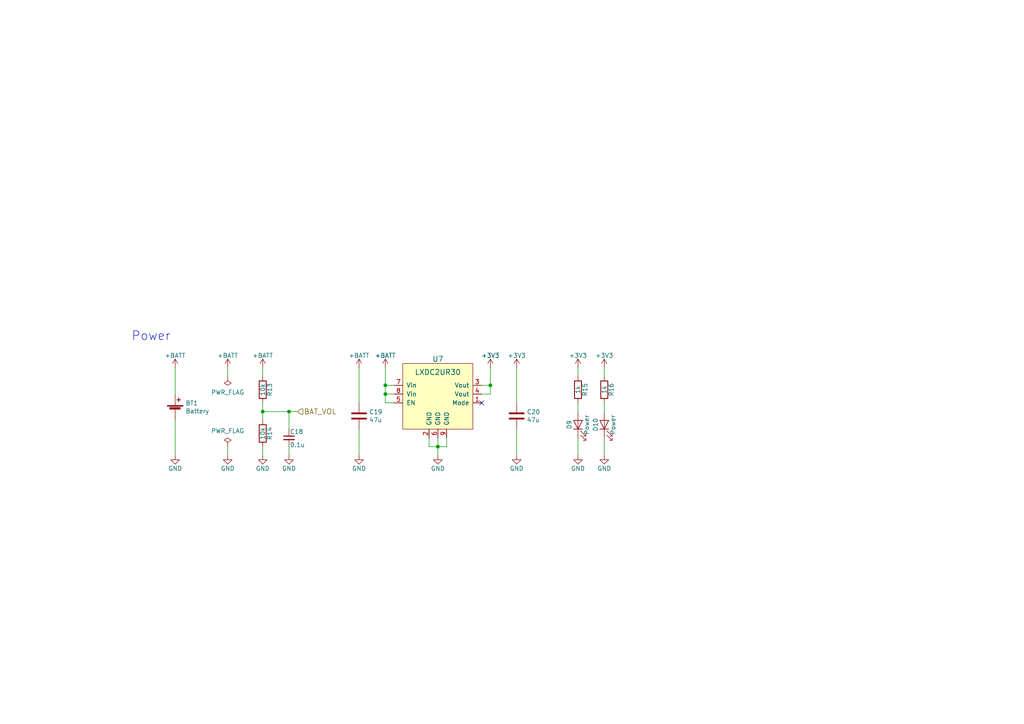
<source format=kicad_sch>
(kicad_sch (version 20230121) (generator eeschema)
  (paper "A4")
  (lib_symbols
    (symbol "KERISE-rescue:+3.3V-power-KERISE-rescue-KERISE-rescue" (power) (pin_names (offset 0))
      (property "Value" "+3.3V-power-KERISE-rescue-KERISE-rescue" (at 0 3.556 0))
      (symbol "+3.3V-power-KERISE-rescue-KERISE-rescue_0_1"
        (polyline (pts (xy -0.762 1.27) (xy 0 2.54)))
        (polyline (pts (xy 0 0) (xy 0 2.54)))
        (polyline (pts (xy 0 2.54) (xy 0.762 1.27)))
      )
      (symbol "+3.3V-power-KERISE-rescue-KERISE-rescue_1_1"
        (pin power_in line (at 0 0 90) (length 0) hide (name "+3V3") (number "1"))
      )
    )
    (symbol "KERISE-rescue:+BATT-power-KERISE-rescue-KERISE-rescue" (power) (pin_names (offset 0))
      (property "Value" "+BATT-power-KERISE-rescue-KERISE-rescue" (at 0 3.556 0))
      (symbol "+BATT-power-KERISE-rescue-KERISE-rescue_0_1"
        (polyline (pts (xy -0.762 1.27) (xy 0 2.54)))
        (polyline (pts (xy 0 0) (xy 0 2.54)))
        (polyline (pts (xy 0 2.54) (xy 0.762 1.27)))
      )
      (symbol "+BATT-power-KERISE-rescue-KERISE-rescue_1_1"
        (pin power_in line (at 0 0 90) (length 0) hide (name "+BATT") (number "1"))
      )
    )
    (symbol "KERISE-rescue:Battery_Cell-Device-KERISE-rescue-KERISE-rescue" (pin_numbers hide) (pin_names (offset 0) hide)
      (property "Reference" "BT" (at 2.54 2.54 0))
      (property "Value" "Battery_Cell-Device-KERISE-rescue-KERISE-rescue" (at 2.54 0 0))
      (symbol "Battery_Cell-Device-KERISE-rescue-KERISE-rescue_0_1"
        (rectangle (start -2.286 1.778) (end 2.286 1.524) (fill (type outline)))
        (rectangle (start -1.5748 1.1938) (end 1.4732 0.6858) (fill (type outline)))
        (polyline (pts (xy 0 0.762) (xy 0 0)))
        (polyline (pts (xy 0 1.778) (xy 0 2.54)))
        (polyline (pts (xy 0.508 3.429) (xy 1.524 3.429)) (stroke (width 0.254)))
        (polyline (pts (xy 1.016 3.937) (xy 1.016 2.921)) (stroke (width 0.254)))
      )
      (symbol "Battery_Cell-Device-KERISE-rescue-KERISE-rescue_1_1"
        (pin passive line (at 0 5.08 270) (length 2.54) (name "+") (number "1"))
        (pin passive line (at 0 -2.54 90) (length 2.54) (name "-") (number "2"))
      )
    )
    (symbol "KERISE-rescue:C-Device-KERISE-rescue-KERISE-rescue" (pin_numbers hide) (pin_names (offset 0.254))
      (property "Reference" "C" (at 0.635 2.54 0))
      (property "Value" "C-Device-KERISE-rescue-KERISE-rescue" (at 0.635 -2.54 0))
      (symbol "C-Device-KERISE-rescue-KERISE-rescue_0_1"
        (polyline (pts (xy -2.032 -0.762) (xy 2.032 -0.762)) (stroke (width 0.508)))
        (polyline (pts (xy -2.032 0.762) (xy 2.032 0.762)) (stroke (width 0.508)))
      )
      (symbol "C-Device-KERISE-rescue-KERISE-rescue_1_1"
        (pin passive line (at 0 3.81 270) (length 2.794) (name "~") (number "1"))
        (pin passive line (at 0 -3.81 90) (length 2.794) (name "~") (number "2"))
      )
    )
    (symbol "KERISE-rescue:C_Small-Device-KERISE-rescue-KERISE-rescue" (pin_numbers hide) (pin_names (offset 0.254) hide)
      (property "Reference" "C" (at 0.254 1.778 0))
      (property "Value" "C_Small-Device-KERISE-rescue-KERISE-rescue" (at 0.254 -2.032 0))
      (symbol "C_Small-Device-KERISE-rescue-KERISE-rescue_0_1"
        (polyline (pts (xy -1.524 -0.508) (xy 1.524 -0.508)) (stroke (width 0.3302)))
        (polyline (pts (xy -1.524 0.508) (xy 1.524 0.508)) (stroke (width 0.3048)))
      )
      (symbol "C_Small-Device-KERISE-rescue-KERISE-rescue_1_1"
        (pin passive line (at 0 2.54 270) (length 2.032) (name "~") (number "1"))
        (pin passive line (at 0 -2.54 90) (length 2.032) (name "~") (number "2"))
      )
    )
    (symbol "KERISE-rescue:GND-power-KERISE-rescue-KERISE-rescue" (power) (pin_names (offset 0))
      (property "Value" "GND-power-KERISE-rescue-KERISE-rescue" (at 0 -3.81 0))
      (symbol "GND-power-KERISE-rescue-KERISE-rescue_0_1"
        (polyline (pts (xy 0 0) (xy 0 -1.27) (xy 1.27 -1.27) (xy 0 -2.54) (xy -1.27 -1.27) (xy 0 -1.27)))
      )
      (symbol "GND-power-KERISE-rescue-KERISE-rescue_1_1"
        (pin power_in line (at 0 0 270) (length 0) hide (name "GND") (number "1"))
      )
    )
    (symbol "KERISE-rescue:LED-Device-KERISE-rescue-KERISE-rescue" (pin_numbers hide) (pin_names (offset 1.016) hide)
      (property "Reference" "D" (at 0 2.54 0))
      (property "Value" "LED-Device-KERISE-rescue-KERISE-rescue" (at 0 -2.54 0))
      (symbol "LED-Device-KERISE-rescue-KERISE-rescue_0_1"
        (polyline (pts (xy -1.27 -1.27) (xy -1.27 1.27)) (stroke (width 0.2032)))
        (polyline (pts (xy -1.27 0) (xy 1.27 0)))
        (polyline (pts (xy 1.27 -1.27) (xy 1.27 1.27) (xy -1.27 0) (xy 1.27 -1.27)) (stroke (width 0.2032)))
        (polyline (pts (xy -3.048 -0.762) (xy -4.572 -2.286) (xy -3.81 -2.286) (xy -4.572 -2.286) (xy -4.572 -1.524)))
        (polyline (pts (xy -1.778 -0.762) (xy -3.302 -2.286) (xy -2.54 -2.286) (xy -3.302 -2.286) (xy -3.302 -1.524)))
      )
      (symbol "LED-Device-KERISE-rescue-KERISE-rescue_1_1"
        (pin passive line (at -3.81 0 0) (length 2.54) (name "K") (number "1"))
        (pin passive line (at 3.81 0 180) (length 2.54) (name "A") (number "2"))
      )
    )
    (symbol "KERISE-rescue:PWR_FLAG-power-KERISE-rescue-KERISE-rescue" (power) (pin_numbers hide) (pin_names (offset 0) hide)
      (property "Value" "PWR_FLAG-power-KERISE-rescue-KERISE-rescue" (at 0 3.81 0))
      (symbol "PWR_FLAG-power-KERISE-rescue-KERISE-rescue_0_0"
        (pin power_out line (at 0 0 90) (length 0) (name "pwr") (number "1"))
      )
      (symbol "PWR_FLAG-power-KERISE-rescue-KERISE-rescue_0_1"
        (polyline (pts (xy 0 0) (xy 0 1.27) (xy -1.016 1.905) (xy 0 2.54) (xy 1.016 1.905) (xy 0 1.27)))
      )
    )
    (symbol "KERISE-rescue:R-Device-KERISE-rescue-KERISE-rescue" (pin_numbers hide) (pin_names (offset 0))
      (property "Reference" "R" (at 2.032 0 90))
      (property "Value" "R-Device-KERISE-rescue-KERISE-rescue" (at 0 0 90))
      (symbol "R-Device-KERISE-rescue-KERISE-rescue_0_1"
        (rectangle (start -1.016 -2.54) (end 1.016 2.54) (stroke (width 0.254)))
      )
      (symbol "R-Device-KERISE-rescue-KERISE-rescue_1_1"
        (pin passive line (at 0 3.81 270) (length 1.27) (name "~") (number "1"))
        (pin passive line (at 0 -3.81 90) (length 1.27) (name "~") (number "2"))
      )
    )
    (symbol "KERISE:LXDC2URxx" (pin_names (offset 1.016))
      (property "Reference" "U" (at 0 3.81 0))
      (property "Value" "LXDC2URxx" (at 0 0 0))
      (symbol "LXDC2URxx_0_1"
        (rectangle (start -10.16 2.54) (end 10.16 -16.51) (fill (type background)))
      )
      (symbol "LXDC2URxx_1_1"
        (pin input line (at 12.7 -8.89 180) (length 2.54) (name "Mode") (number "1"))
        (pin power_in line (at -2.54 -19.05 90) (length 2.54) (name "GND") (number "2"))
        (pin power_out line (at 12.7 -3.81 180) (length 2.54) (name "Vout") (number "3"))
        (pin power_in line (at 12.7 -6.35 180) (length 2.54) (name "Vout") (number "4"))
        (pin input line (at -12.7 -8.89 0) (length 2.54) (name "EN") (number "5"))
        (pin power_in line (at 0 -19.05 90) (length 2.54) (name "GND") (number "6"))
        (pin power_in line (at -12.7 -3.81 0) (length 2.54) (name "Vin") (number "7"))
        (pin power_in line (at -12.7 -6.35 0) (length 2.54) (name "Vin") (number "8"))
        (pin power_in line (at 2.54 -19.05 90) (length 2.54) (name "GND") (number "9"))
      )
    )
  )
  (junction (at 142.24 111.76))
  (junction (at 111.76 114.3))
  (junction (at 76.2 119.38))
  (junction (at 83.82 119.38))
  (junction (at 127 129.54))
  (junction (at 111.76 111.76))
  (no_connect (at 139.7 116.84))
  (wire (pts (xy 76.2 116.84) (xy 76.2 119.38)))
  (wire (pts (xy 66.04 106.68) (xy 66.04 109.22)))
  (wire (pts (xy 114.3 114.3) (xy 111.76 114.3)))
  (wire (pts (xy 127 127) (xy 127 129.54)))
  (wire (pts (xy 50.8 121.92) (xy 50.8 132.08)))
  (wire (pts (xy 127 129.54) (xy 127 132.08)))
  (wire (pts (xy 114.3 111.76) (xy 111.76 111.76)))
  (wire (pts (xy 127 129.54) (xy 129.54 129.54)))
  (wire (pts (xy 142.24 111.76) (xy 142.24 114.3)))
  (wire (pts (xy 142.24 106.68) (xy 142.24 111.76)))
  (wire (pts (xy 175.26 109.22) (xy 175.26 106.68)))
  (wire (pts (xy 83.82 119.38) (xy 86.36 119.38)))
  (wire (pts (xy 167.64 127) (xy 167.64 132.08)))
  (wire (pts (xy 111.76 111.76) (xy 111.76 114.3)))
  (wire (pts (xy 76.2 119.38) (xy 83.82 119.38)))
  (wire (pts (xy 111.76 114.3) (xy 111.76 116.84)))
  (wire (pts (xy 83.82 129.54) (xy 83.82 132.08)))
  (wire (pts (xy 111.76 106.68) (xy 111.76 111.76)))
  (wire (pts (xy 104.14 132.08) (xy 104.14 124.46)))
  (wire (pts (xy 66.04 129.54) (xy 66.04 132.08)))
  (wire (pts (xy 83.82 119.38) (xy 83.82 124.46)))
  (wire (pts (xy 50.8 114.3) (xy 50.8 106.68)))
  (wire (pts (xy 76.2 106.68) (xy 76.2 109.22)))
  (wire (pts (xy 167.64 119.38) (xy 167.64 116.84)))
  (wire (pts (xy 76.2 129.54) (xy 76.2 132.08)))
  (wire (pts (xy 175.26 119.38) (xy 175.26 116.84)))
  (wire (pts (xy 104.14 116.84) (xy 104.14 106.68)))
  (wire (pts (xy 142.24 114.3) (xy 139.7 114.3)))
  (wire (pts (xy 124.46 129.54) (xy 127 129.54)))
  (wire (pts (xy 149.86 106.68) (xy 149.86 116.84)))
  (wire (pts (xy 175.26 127) (xy 175.26 132.08)))
  (wire (pts (xy 149.86 124.46) (xy 149.86 132.08)))
  (wire (pts (xy 76.2 119.38) (xy 76.2 121.92)))
  (wire (pts (xy 129.54 129.54) (xy 129.54 127)))
  (wire (pts (xy 142.24 111.76) (xy 139.7 111.76)))
  (wire (pts (xy 124.46 129.54) (xy 124.46 127)))
  (wire (pts (xy 111.76 116.84) (xy 114.3 116.84)))
  (wire (pts (xy 167.64 109.22) (xy 167.64 106.68)))
  (text "Power" (at 38.1 99.06 0) (effects (font (size 2.54 2.54)) (justify left bottom)))
  (hierarchical_label "BAT_VOL" (shape input) (at 86.36 119.38 0) (effects (font (size 1.524 1.524))))
  (symbol (lib_id "KERISE-rescue:+BATT-power-KERISE-rescue-KERISE-rescue") (at 50.8 106.68 0) (unit 1)
    (property "Reference" "#PWR037" (effects hide))
    (property "Value" "+BATT" (at 50.8 103.124 0))
  )
  (symbol (lib_id "KERISE-rescue:R-Device-KERISE-rescue-KERISE-rescue") (at 76.2 113.03 0) (unit 1)
    (property "Reference" "R13" (at 78.232 113.03 90))
    (property "Value" "10k" (at 76.2 113.03 90))
    (property "Footprint" "Resistor_SMD:R_0201_0603Metric" (effects hide))
  )
  (symbol (lib_id "KERISE-rescue:R-Device-KERISE-rescue-KERISE-rescue") (at 76.2 125.73 0) (unit 1)
    (property "Reference" "R14" (at 78.232 125.73 90))
    (property "Value" "10k" (at 76.2 125.73 90))
    (property "Footprint" "Resistor_SMD:R_0201_0603Metric" (effects hide))
  )
  (symbol (lib_id "KERISE-rescue:+BATT-power-KERISE-rescue-KERISE-rescue") (at 76.2 106.68 0) (unit 1)
    (property "Reference" "#PWR041" (effects hide))
    (property "Value" "+BATT" (at 76.2 103.124 0))
  )
  (symbol (lib_id "KERISE-rescue:R-Device-KERISE-rescue-KERISE-rescue") (at 167.64 113.03 0) (unit 1)
    (property "Reference" "R15" (at 169.672 113.03 90))
    (property "Value" "1k" (at 167.64 113.03 90))
    (property "Footprint" "Resistor_SMD:R_0201_0603Metric" (effects hide))
  )
  (symbol (lib_id "KERISE-rescue:GND-power-KERISE-rescue-KERISE-rescue") (at 167.64 132.08 0) (unit 1)
    (property "Reference" "#PWR052" (effects hide))
    (property "Value" "GND" (at 167.64 135.89 0))
  )
  (symbol (lib_id "KERISE-rescue:PWR_FLAG-power-KERISE-rescue-KERISE-rescue") (at 66.04 129.54 0) (unit 1)
    (property "Reference" "#FLG08" (effects hide))
    (property "Value" "PWR_FLAG" (at 66.04 124.968 0))
  )
  (symbol (lib_id "KERISE-rescue:PWR_FLAG-power-KERISE-rescue-KERISE-rescue") (at 66.04 109.22 180) (unit 1)
    (property "Reference" "#FLG07" (effects hide))
    (property "Value" "PWR_FLAG" (at 66.04 113.792 0))
  )
  (symbol (lib_id "KERISE-rescue:+BATT-power-KERISE-rescue-KERISE-rescue") (at 66.04 106.68 0) (unit 1)
    (property "Reference" "#PWR039" (effects hide))
    (property "Value" "+BATT" (at 66.04 103.124 0))
  )
  (symbol (lib_id "KERISE-rescue:+3.3V-power-KERISE-rescue-KERISE-rescue") (at 167.64 106.68 0) (unit 1)
    (property "Reference" "#PWR051" (effects hide))
    (property "Value" "+3.3V" (at 167.64 103.124 0))
    (instances (project "KERISE" (path "" (reference "#PWR051") (unit 1)) (path "" (reference "#PWR?") (unit 1))))
  )
  (symbol (lib_id "KERISE:LXDC2URxx") (at 127 107.95 0) (unit 1)
    (property "Reference" "U7" (at 127 104.14 0) (effects (font (size 1.524 1.524))))
    (property "Value" "LXDC2UR30" (at 127 107.95 0) (effects (font (size 1.524 1.524))))
    (property "Footprint" "mouse:LXDC2UR" (effects hide))
  )
  (symbol (lib_id "KERISE-rescue:+BATT-power-KERISE-rescue-KERISE-rescue") (at 111.76 106.68 0) (unit 1)
    (property "Reference" "#PWR046" (effects hide))
    (property "Value" "+BATT" (at 111.76 103.124 0))
  )
  (symbol (lib_id "KERISE-rescue:LED-Device-KERISE-rescue-KERISE-rescue") (at 167.64 123.19 90) (unit 1)
    (property "Reference" "D9" (at 165.1 123.19 0))
    (property "Value" "Power" (at 170.18 123.19 0))
    (property "Footprint" "LED_SMD:LED_0402_1005Metric" (effects hide))
  )
  (symbol (lib_id "KERISE-rescue:C_Small-Device-KERISE-rescue-KERISE-rescue") (at 83.82 127 0) (unit 1)
    (property "Reference" "C18" (at 84.074 125.222 0) (effects (justify left)))
    (property "Value" "0.1u" (at 84.074 129.032 0) (effects (justify left)))
    (property "Footprint" "Capacitor_SMD:C_0201_0603Metric" (effects hide))
  )
  (symbol (lib_id "KERISE-rescue:R-Device-KERISE-rescue-KERISE-rescue") (at 175.26 113.03 0) (unit 1)
    (property "Reference" "R16" (at 177.292 113.03 90))
    (property "Value" "1k" (at 175.26 113.03 90))
    (property "Footprint" "Resistor_SMD:R_0201_0603Metric" (effects hide))
  )
  (symbol (lib_id "KERISE-rescue:GND-power-KERISE-rescue-KERISE-rescue") (at 175.26 132.08 0) (unit 1)
    (property "Reference" "#PWR054" (effects hide))
    (property "Value" "GND" (at 175.26 135.89 0))
  )
  (symbol (lib_id "KERISE-rescue:+3.3V-power-KERISE-rescue-KERISE-rescue") (at 175.26 106.68 0) (unit 1)
    (property "Reference" "#PWR053" (effects hide))
    (property "Value" "+3.3V" (at 175.26 103.124 0))
    (instances (project "KERISE" (path "" (reference "#PWR053") (unit 1)) (path "" (reference "#PWR?") (unit 1))))
  )
  (symbol (lib_id "KERISE-rescue:LED-Device-KERISE-rescue-KERISE-rescue") (at 175.26 123.19 90) (unit 1)
    (property "Reference" "D10" (at 172.72 123.19 0))
    (property "Value" "Power" (at 177.8 123.19 0))
    (property "Footprint" "LED_SMD:LED_0402_1005Metric" (effects hide))
  )
  (symbol (lib_id "KERISE-rescue:Battery_Cell-Device-KERISE-rescue-KERISE-rescue") (at 50.8 119.38 0) (unit 1)
    (property "Reference" "BT1" (at 53.7972 116.9416 0) (effects (justify left)))
    (property "Value" "Battery" (at 53.7972 119.253 0) (effects (justify left)))
    (property "Footprint" "mouse:Hirose_DF13-02P-1.25DSA_02x1.25mm_Straight" (effects hide))
  )
  (symbol (lib_id "KERISE-rescue:GND-power-KERISE-rescue-KERISE-rescue") (at 76.2 132.08 0) (unit 1)
    (property "Reference" "#PWR042" (effects hide))
    (property "Value" "GND" (at 76.2 135.89 0))
  )
  (symbol (lib_id "KERISE-rescue:GND-power-KERISE-rescue-KERISE-rescue") (at 83.82 132.08 0) (unit 1)
    (property "Reference" "#PWR043" (effects hide))
    (property "Value" "GND" (at 83.82 135.89 0))
  )
  (symbol (lib_id "KERISE-rescue:GND-power-KERISE-rescue-KERISE-rescue") (at 66.04 132.08 0) (unit 1)
    (property "Reference" "#PWR040" (effects hide))
    (property "Value" "GND" (at 66.04 135.89 0))
  )
  (symbol (lib_id "KERISE-rescue:GND-power-KERISE-rescue-KERISE-rescue") (at 127 132.08 0) (unit 1)
    (property "Reference" "#PWR047" (effects hide))
    (property "Value" "GND" (at 127 135.89 0))
  )
  (symbol (lib_id "KERISE-rescue:+3.3V-power-KERISE-rescue-KERISE-rescue") (at 142.24 106.68 0) (unit 1)
    (property "Reference" "#PWR048" (effects hide))
    (property "Value" "+3.3V" (at 142.24 103.124 0))
    (instances (project "KERISE" (path "" (reference "#PWR048") (unit 1)) (path "" (reference "#PWR?") (unit 1))))
  )
  (symbol (lib_id "KERISE-rescue:GND-power-KERISE-rescue-KERISE-rescue") (at 50.8 132.08 0) (unit 1)
    (property "Reference" "#PWR038" (effects hide))
    (property "Value" "GND" (at 50.8 135.89 0))
  )
  (symbol (lib_id "KERISE-rescue:C-Device-KERISE-rescue-KERISE-rescue") (at 149.86 120.65 0) (unit 1)
    (property "Reference" "C20" (at 152.781 119.4816 0) (effects (justify left)))
    (property "Value" "47u" (at 152.781 121.793 0) (effects (justify left)))
    (property "Footprint" "Capacitor_SMD:C_0805_2012Metric" (effects hide))
  )
  (symbol (lib_id "KERISE-rescue:GND-power-KERISE-rescue-KERISE-rescue") (at 149.86 132.08 0) (unit 1)
    (property "Reference" "#PWR050" (effects hide))
    (property "Value" "GND" (at 149.86 135.89 0))
  )
  (symbol (lib_id "KERISE-rescue:+3.3V-power-KERISE-rescue-KERISE-rescue") (at 149.86 106.68 0) (unit 1)
    (property "Reference" "#PWR049" (effects hide))
    (property "Value" "+3.3V" (at 149.86 103.124 0))
    (instances (project "KERISE" (path "" (reference "#PWR049") (unit 1)) (path "" (reference "#PWR?") (unit 1))))
  )
  (symbol (lib_id "KERISE-rescue:C-Device-KERISE-rescue-KERISE-rescue") (at 104.14 120.65 0) (unit 1)
    (property "Reference" "C19" (at 107.061 119.4816 0) (effects (justify left)))
    (property "Value" "47u" (at 107.061 121.793 0) (effects (justify left)))
    (property "Footprint" "Capacitor_SMD:C_0805_2012Metric" (effects hide))
  )
  (symbol (lib_id "KERISE-rescue:+BATT-power-KERISE-rescue-KERISE-rescue") (at 104.14 106.68 0) (unit 1)
    (property "Reference" "#PWR044" (effects hide))
    (property "Value" "+BATT" (at 104.14 103.124 0))
  )
  (symbol (lib_id "KERISE-rescue:GND-power-KERISE-rescue-KERISE-rescue") (at 104.14 132.08 0) (unit 1)
    (property "Reference" "#PWR045" (effects hide))
    (property "Value" "GND" (at 104.14 135.89 0))
  )
)
</source>
